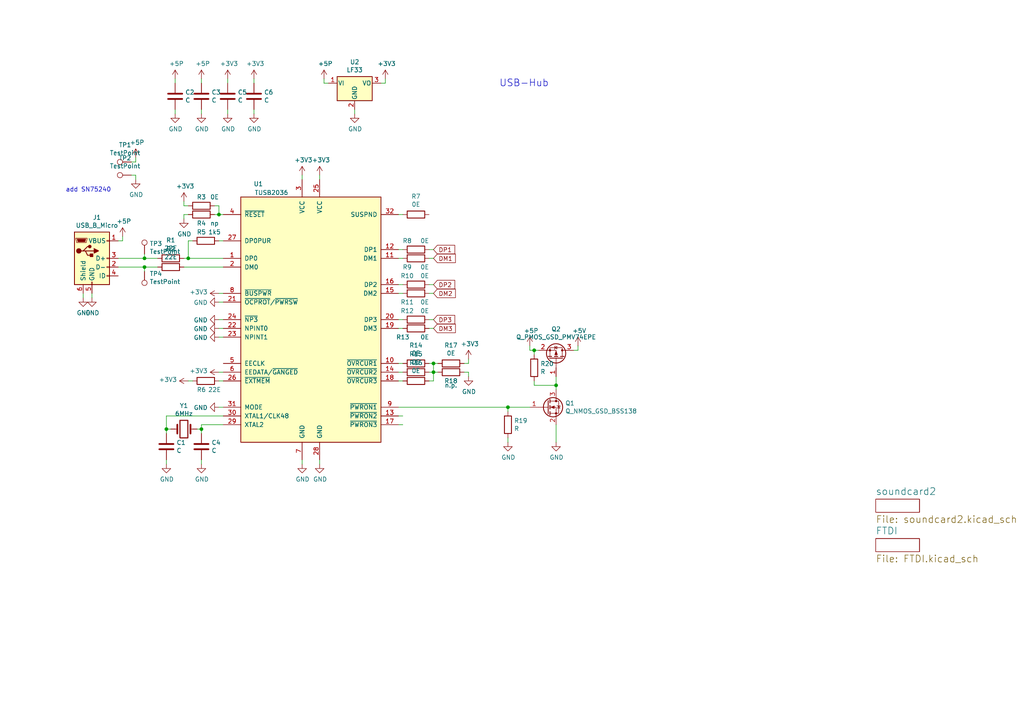
<source format=kicad_sch>
(kicad_sch (version 20211123) (generator eeschema)
  (paper "A4")
  (title_block (title "USB-Interface ") (rev "v1.2") (company "OE2LSP") (comment 1 "CC0, Public Domain"))
  (lib_symbols
    (symbol "Connector:TestPoint" (pin_numbers hide) (pin_names (offset 0.762) hide)
      (property "Reference" "TP" (at 0 6.858 0))
      (property "Value" "TestPoint" (at 0 5.08 0))
      (symbol "TestPoint_0_1"
        (circle (center 0 3.302) (radius 0.762))
      )
      (symbol "TestPoint_1_1"
        (pin passive line (at 0 0 90) (length 2.54) (name "1") (number "1"))
      )
    )
    (symbol "Connector:USB_B_Micro" (pin_names (offset 1.016))
      (property "Reference" "J" (at -5.08 11.43 0))
      (property "Value" "USB_B_Micro" (at -5.08 8.89 0))
      (symbol "USB_B_Micro_0_1"
        (rectangle (start -5.08 -7.62) (end 5.08 7.62) (stroke (width 0.254)) (fill (type background)))
        (circle (center -3.81 2.159) (radius 0.635) (stroke (width 0.254)) (fill (type outline)))
        (circle (center -0.635 3.429) (radius 0.381) (stroke (width 0.254)) (fill (type outline)))
        (rectangle (start -0.127 -7.62) (end 0.127 -6.858))
        (polyline (pts (xy -1.905 2.159) (xy 0.635 2.159)) (stroke (width 0.254)))
        (polyline (pts (xy -3.175 2.159) (xy -2.54 2.159) (xy -1.27 3.429) (xy -0.635 3.429)) (stroke (width 0.254)))
        (polyline (pts (xy -2.54 2.159) (xy -1.905 2.159) (xy -1.27 0.889) (xy 0 0.889)) (stroke (width 0.254)))
        (polyline (pts (xy 0.635 2.794) (xy 0.635 1.524) (xy 1.905 2.159) (xy 0.635 2.794)) (stroke (width 0.254)) (fill (type outline)))
        (polyline (pts (xy -4.318 5.588) (xy -1.778 5.588) (xy -2.032 4.826) (xy -4.064 4.826) (xy -4.318 5.588)) (fill (type outline)))
        (polyline (pts (xy -4.699 5.842) (xy -4.699 5.588) (xy -4.445 4.826) (xy -4.445 4.572) (xy -1.651 4.572) (xy -1.651 4.826) (xy -1.397 5.588) (xy -1.397 5.842) (xy -4.699 5.842)))
        (rectangle (start 0.254 1.27) (end -0.508 0.508) (stroke (width 0.254)) (fill (type outline)))
        (rectangle (start 5.08 -5.207) (end 4.318 -4.953))
        (rectangle (start 5.08 -2.667) (end 4.318 -2.413))
        (rectangle (start 5.08 -0.127) (end 4.318 0.127))
        (rectangle (start 5.08 4.953) (end 4.318 5.207))
      )
      (symbol "USB_B_Micro_1_1"
        (pin power_out line (at 7.62 5.08 180) (length 2.54) (name "VBUS") (number "1"))
        (pin bidirectional line (at 7.62 -2.54 180) (length 2.54) (name "D-") (number "2"))
        (pin bidirectional line (at 7.62 0 180) (length 2.54) (name "D+") (number "3"))
        (pin passive line (at 7.62 -5.08 180) (length 2.54) (name "ID") (number "4"))
        (pin power_out line (at 0 -10.16 90) (length 2.54) (name "GND") (number "5"))
        (pin passive line (at -2.54 -10.16 90) (length 2.54) (name "Shield") (number "6"))
      )
    )
    (symbol "Device:C" (pin_numbers hide) (pin_names (offset 0.254))
      (property "Reference" "C" (at 0.635 2.54 0))
      (property "Value" "C" (at 0.635 -2.54 0))
      (symbol "C_0_1"
        (polyline (pts (xy -2.032 -0.762) (xy 2.032 -0.762)) (stroke (width 0.508)))
        (polyline (pts (xy -2.032 0.762) (xy 2.032 0.762)) (stroke (width 0.508)))
      )
      (symbol "C_1_1"
        (pin passive line (at 0 3.81 270) (length 2.794) (name "~") (number "1"))
        (pin passive line (at 0 -3.81 90) (length 2.794) (name "~") (number "2"))
      )
    )
    (symbol "Device:Crystal" (pin_numbers hide) (pin_names (offset 1.016) hide)
      (property "Reference" "Y" (at 0 3.81 0))
      (property "Value" "Crystal" (at 0 -3.81 0))
      (symbol "Crystal_0_1"
        (rectangle (start -1.143 2.54) (end 1.143 -2.54) (stroke (width 0.3048)))
        (polyline (pts (xy -2.54 0) (xy -1.905 0)))
        (polyline (pts (xy -1.905 -1.27) (xy -1.905 1.27)) (stroke (width 0.508)))
        (polyline (pts (xy 1.905 -1.27) (xy 1.905 1.27)) (stroke (width 0.508)))
        (polyline (pts (xy 2.54 0) (xy 1.905 0)))
      )
      (symbol "Crystal_1_1"
        (pin passive line (at -3.81 0 0) (length 1.27) (name "1") (number "1"))
        (pin passive line (at 3.81 0 180) (length 1.27) (name "2") (number "2"))
      )
    )
    (symbol "Device:Q_NMOS_GSD" (pin_names (offset 0) hide)
      (property "Reference" "Q" (at 5.08 1.27 0))
      (property "Value" "Q_NMOS_GSD" (at 5.08 -1.27 0))
      (symbol "Q_NMOS_GSD_0_1"
        (polyline (pts (xy 0.254 0) (xy -2.54 0)))
        (polyline (pts (xy 0.254 1.905) (xy 0.254 -1.905)) (stroke (width 0.254)))
        (polyline (pts (xy 0.762 -1.27) (xy 0.762 -2.286)) (stroke (width 0.254)))
        (polyline (pts (xy 0.762 0.508) (xy 0.762 -0.508)) (stroke (width 0.254)))
        (polyline (pts (xy 0.762 2.286) (xy 0.762 1.27)) (stroke (width 0.254)))
        (polyline (pts (xy 2.54 2.54) (xy 2.54 1.778)))
        (polyline (pts (xy 2.54 -2.54) (xy 2.54 0) (xy 0.762 0)))
        (polyline (pts (xy 0.762 -1.778) (xy 3.302 -1.778) (xy 3.302 1.778) (xy 0.762 1.778)))
        (polyline (pts (xy 1.016 0) (xy 2.032 0.381) (xy 2.032 -0.381) (xy 1.016 0)) (fill (type outline)))
        (polyline (pts (xy 2.794 0.508) (xy 2.921 0.381) (xy 3.683 0.381) (xy 3.81 0.254)))
        (polyline (pts (xy 3.302 0.381) (xy 2.921 -0.254) (xy 3.683 -0.254) (xy 3.302 0.381)))
        (circle (center 1.651 0) (radius 2.794) (stroke (width 0.254)))
        (circle (center 2.54 -1.778) (radius 0.254) (fill (type outline)))
        (circle (center 2.54 1.778) (radius 0.254) (fill (type outline)))
      )
      (symbol "Q_NMOS_GSD_1_1"
        (pin input line (at -5.08 0 0) (length 2.54) (name "G") (number "1"))
        (pin passive line (at 2.54 -5.08 90) (length 2.54) (name "S") (number "2"))
        (pin passive line (at 2.54 5.08 270) (length 2.54) (name "D") (number "3"))
      )
    )
    (symbol "Device:Q_PMOS_GSD" (pin_names (offset 0) hide)
      (property "Reference" "Q" (at 5.08 1.27 0))
      (property "Value" "Q_PMOS_GSD" (at 5.08 -1.27 0))
      (symbol "Q_PMOS_GSD_0_1"
        (polyline (pts (xy 0.254 0) (xy -2.54 0)))
        (polyline (pts (xy 0.254 1.905) (xy 0.254 -1.905)) (stroke (width 0.254)))
        (polyline (pts (xy 0.762 -1.27) (xy 0.762 -2.286)) (stroke (width 0.254)))
        (polyline (pts (xy 0.762 0.508) (xy 0.762 -0.508)) (stroke (width 0.254)))
        (polyline (pts (xy 0.762 2.286) (xy 0.762 1.27)) (stroke (width 0.254)))
        (polyline (pts (xy 2.54 2.54) (xy 2.54 1.778)))
        (polyline (pts (xy 2.54 -2.54) (xy 2.54 0) (xy 0.762 0)))
        (polyline (pts (xy 0.762 1.778) (xy 3.302 1.778) (xy 3.302 -1.778) (xy 0.762 -1.778)))
        (polyline (pts (xy 2.286 0) (xy 1.27 0.381) (xy 1.27 -0.381) (xy 2.286 0)) (fill (type outline)))
        (polyline (pts (xy 2.794 -0.508) (xy 2.921 -0.381) (xy 3.683 -0.381) (xy 3.81 -0.254)))
        (polyline (pts (xy 3.302 -0.381) (xy 2.921 0.254) (xy 3.683 0.254) (xy 3.302 -0.381)))
        (circle (center 1.651 0) (radius 2.794) (stroke (width 0.254)))
        (circle (center 2.54 -1.778) (radius 0.254) (fill (type outline)))
        (circle (center 2.54 1.778) (radius 0.254) (fill (type outline)))
      )
      (symbol "Q_PMOS_GSD_1_1"
        (pin input line (at -5.08 0 0) (length 2.54) (name "G") (number "1"))
        (pin passive line (at 2.54 -5.08 90) (length 2.54) (name "S") (number "2"))
        (pin passive line (at 2.54 5.08 270) (length 2.54) (name "D") (number "3"))
      )
    )
    (symbol "Device:R" (pin_numbers hide) (pin_names (offset 0))
      (property "Reference" "R" (at 2.032 0 90))
      (property "Value" "R" (at 0 0 90))
      (symbol "R_0_1"
        (rectangle (start -1.016 -2.54) (end 1.016 2.54) (stroke (width 0.254)))
      )
      (symbol "R_1_1"
        (pin passive line (at 0 3.81 270) (length 1.27) (name "~") (number "1"))
        (pin passive line (at 0 -3.81 90) (length 1.27) (name "~") (number "2"))
      )
    )
    (symbol "Interface_USB:TUSB2036" (pin_names (offset 1.016))
      (property "Reference" "U" (at -19.05 36.83 0))
      (property "Value" "TUSB2036" (at 0 0 0))
      (symbol "TUSB2036_0_1"
        (rectangle (start -20.32 35.56) (end 20.32 -35.56) (stroke (width 0.254)) (fill (type background)))
      )
      (symbol "TUSB2036_1_1"
        (pin bidirectional line (at -25.4 17.78 0) (length 5.08) (name "DP0") (number "1"))
        (pin input line (at 25.4 -12.7 180) (length 5.08) (name "~{OVRCUR1}") (number "10"))
        (pin bidirectional line (at 25.4 17.78 180) (length 5.08) (name "DM1") (number "11"))
        (pin bidirectional line (at 25.4 20.32 180) (length 5.08) (name "DP1") (number "12"))
        (pin output line (at 25.4 -27.94 180) (length 5.08) (name "~{PWRON2}") (number "13"))
        (pin input line (at 25.4 -15.24 180) (length 5.08) (name "~{OVRCUR2}") (number "14"))
        (pin bidirectional line (at 25.4 7.62 180) (length 5.08) (name "DM2") (number "15"))
        (pin bidirectional line (at 25.4 10.16 180) (length 5.08) (name "DP2") (number "16"))
        (pin output line (at 25.4 -30.48 180) (length 5.08) (name "~{PWRON3}") (number "17"))
        (pin input line (at 25.4 -17.78 180) (length 5.08) (name "~{OVRCUR3}") (number "18"))
        (pin bidirectional line (at 25.4 -2.54 180) (length 5.08) (name "DM3") (number "19"))
        (pin bidirectional line (at -25.4 15.24 0) (length 5.08) (name "DM0") (number "2"))
        (pin bidirectional line (at 25.4 0 180) (length 5.08) (name "DP3") (number "20"))
        (pin input line (at -25.4 5.08 0) (length 5.08) (name "~{OCPROT}/~{PWRSW}") (number "21"))
        (pin input line (at -25.4 -2.54 0) (length 5.08) (name "NPINT0") (number "22"))
        (pin input line (at -25.4 -5.08 0) (length 5.08) (name "NPINT1") (number "23"))
        (pin input line (at -25.4 0 0) (length 5.08) (name "~{NP3}") (number "24"))
        (pin power_in line (at 2.54 40.64 270) (length 5.08) (name "VCC") (number "25"))
        (pin input line (at -25.4 -17.78 0) (length 5.08) (name "~{EXTMEM}") (number "26"))
        (pin output line (at -25.4 22.86 0) (length 5.08) (name "DP0PUR") (number "27"))
        (pin power_in line (at 2.54 -40.64 90) (length 5.08) (name "GND") (number "28"))
        (pin output line (at -25.4 -30.48 0) (length 5.08) (name "XTAL2") (number "29"))
        (pin power_in line (at -2.54 40.64 270) (length 5.08) (name "VCC") (number "3"))
        (pin input line (at -25.4 -27.94 0) (length 5.08) (name "XTAL1/CLK48") (number "30"))
        (pin input line (at -25.4 -25.4 0) (length 5.08) (name "MODE") (number "31"))
        (pin output line (at 25.4 30.48 180) (length 5.08) (name "SUSPND") (number "32"))
        (pin input line (at -25.4 30.48 0) (length 5.08) (name "~{RESET}") (number "4"))
        (pin tri_state line (at -25.4 -12.7 0) (length 5.08) (name "EECLK") (number "5"))
        (pin bidirectional line (at -25.4 -15.24 0) (length 5.08) (name "EEDATA/~{GANGED}") (number "6"))
        (pin power_in line (at -2.54 -40.64 90) (length 5.08) (name "GND") (number "7"))
        (pin input line (at -25.4 7.62 0) (length 5.08) (name "~{BUSPWR}") (number "8"))
        (pin output line (at 25.4 -25.4 180) (length 5.08) (name "~{PWRON1}") (number "9"))
      )
    )
    (symbol "Regulator_Linear:LF33_TO220" (pin_names (offset 0.254))
      (property "Reference" "U" (at -3.81 3.175 0))
      (property "Value" "LF33_TO220" (at 0 3.175 0))
      (symbol "LF33_TO220_0_1"
        (rectangle (start -5.08 1.905) (end 5.08 -5.08) (stroke (width 0.254)) (fill (type background)))
      )
      (symbol "LF33_TO220_1_1"
        (pin power_in line (at -7.62 0 0) (length 2.54) (name "VI") (number "1"))
        (pin power_in line (at 0 -7.62 90) (length 2.54) (name "GND") (number "2"))
        (pin power_out line (at 7.62 0 180) (length 2.54) (name "VO") (number "3"))
      )
    )
    (symbol "power:+3.3V" (power) (pin_names (offset 0))
      (property "Value" "+3.3V" (at 0 3.556 0))
      (symbol "+3.3V_0_1"
        (polyline (pts (xy -0.762 1.27) (xy 0 2.54)))
        (polyline (pts (xy 0 0) (xy 0 2.54)))
        (polyline (pts (xy 0 2.54) (xy 0.762 1.27)))
      )
      (symbol "+3.3V_1_1"
        (pin power_in line (at 0 0 90) (length 0) hide (name "+3V3") (number "1"))
      )
    )
    (symbol "power:+5P" (power) (pin_names (offset 0))
      (property "Value" "+5P" (at 0 3.556 0))
      (symbol "+5P_0_1"
        (polyline (pts (xy -0.762 1.27) (xy 0 2.54)))
        (polyline (pts (xy 0 0) (xy 0 2.54)))
        (polyline (pts (xy 0 2.54) (xy 0.762 1.27)))
      )
      (symbol "+5P_1_1"
        (pin power_in line (at 0 0 90) (length 0) hide (name "+5P") (number "1"))
      )
    )
    (symbol "power:+5V" (power) (pin_names (offset 0))
      (property "Value" "+5V" (at 0 3.556 0))
      (symbol "+5V_0_1"
        (polyline (pts (xy -0.762 1.27) (xy 0 2.54)))
        (polyline (pts (xy 0 0) (xy 0 2.54)))
        (polyline (pts (xy 0 2.54) (xy 0.762 1.27)))
      )
      (symbol "+5V_1_1"
        (pin power_in line (at 0 0 90) (length 0) hide (name "+5V") (number "1"))
      )
    )
    (symbol "power:GND" (power) (pin_names (offset 0))
      (property "Value" "GND" (at 0 -3.81 0))
      (symbol "GND_0_1"
        (polyline (pts (xy 0 0) (xy 0 -1.27) (xy 1.27 -1.27) (xy 0 -2.54) (xy -1.27 -1.27) (xy 0 -1.27)))
      )
      (symbol "GND_1_1"
        (pin power_in line (at 0 0 270) (length 0) hide (name "GND") (number "1"))
      )
    )
  )
  (junction (at 125.73 107.95))
  (junction (at 54.61 74.93))
  (junction (at 154.94 101.6))
  (junction (at 41.91 77.47))
  (junction (at 48.26 124.46))
  (junction (at 125.73 105.41))
  (junction (at 147.32 118.11))
  (junction (at 161.29 111.76))
  (junction (at 41.91 74.93))
  (junction (at 58.42 124.46))
  (junction (at 63.5 62.23))
  (wire (pts (xy 50.8 31.75) (xy 50.8 33.02)))
  (wire (pts (xy 116.84 62.23) (xy 115.57 62.23)))
  (wire (pts (xy 63.5 62.23) (xy 63.5 59.69)))
  (wire (pts (xy 58.42 133.35) (xy 58.42 134.62)))
  (wire (pts (xy 64.77 69.85) (xy 63.5 69.85)))
  (wire (pts (xy 66.04 24.13) (xy 66.04 22.86)))
  (wire (pts (xy 125.73 105.41) (xy 127 105.41)))
  (wire (pts (xy 48.26 133.35) (xy 48.26 134.62)))
  (wire (pts (xy 124.46 85.09) (xy 125.73 85.09)))
  (wire (pts (xy 54.61 74.93) (xy 53.34 74.93)))
  (wire (pts (xy 116.84 105.41) (xy 115.57 105.41)))
  (wire (pts (xy 156.21 101.6) (xy 154.94 101.6)))
  (wire (pts (xy 63.5 97.79) (xy 64.77 97.79)))
  (wire (pts (xy 115.57 85.09) (xy 116.84 85.09)))
  (wire (pts (xy 125.73 110.49) (xy 125.73 107.95)))
  (wire (pts (xy 58.42 22.86) (xy 58.42 24.13)))
  (wire (pts (xy 124.46 105.41) (xy 125.73 105.41)))
  (wire (pts (xy 73.66 31.75) (xy 73.66 33.02)))
  (wire (pts (xy 154.94 110.49) (xy 154.94 111.76)))
  (wire (pts (xy 92.71 133.35) (xy 92.71 134.62)))
  (wire (pts (xy 57.15 124.46) (xy 58.42 124.46)))
  (wire (pts (xy 64.77 123.19) (xy 58.42 123.19)))
  (wire (pts (xy 38.1 50.8) (xy 39.37 50.8)))
  (wire (pts (xy 39.37 46.99) (xy 39.37 45.72)))
  (wire (pts (xy 125.73 107.95) (xy 125.73 105.41)))
  (wire (pts (xy 73.66 22.86) (xy 73.66 24.13)))
  (wire (pts (xy 124.46 107.95) (xy 125.73 107.95)))
  (wire (pts (xy 116.84 123.19) (xy 115.57 123.19)))
  (wire (pts (xy 111.76 24.13) (xy 111.76 22.86)))
  (wire (pts (xy 93.98 24.13) (xy 93.98 22.86)))
  (wire (pts (xy 54.61 59.69) (xy 53.34 59.69)))
  (wire (pts (xy 92.71 50.8) (xy 92.71 52.07)))
  (wire (pts (xy 26.67 86.36) (xy 26.67 85.09)))
  (wire (pts (xy 41.91 73.66) (xy 41.91 74.93)))
  (wire (pts (xy 50.8 24.13) (xy 50.8 22.86)))
  (wire (pts (xy 116.84 82.55) (xy 115.57 82.55)))
  (wire (pts (xy 115.57 118.11) (xy 147.32 118.11)))
  (wire (pts (xy 54.61 62.23) (xy 53.34 62.23)))
  (wire (pts (xy 147.32 118.11) (xy 153.67 118.11)))
  (wire (pts (xy 147.32 127) (xy 147.32 128.27)))
  (wire (pts (xy 124.46 72.39) (xy 125.73 72.39)))
  (wire (pts (xy 63.5 118.11) (xy 64.77 118.11)))
  (wire (pts (xy 64.77 95.25) (xy 63.5 95.25)))
  (wire (pts (xy 62.23 62.23) (xy 63.5 62.23)))
  (wire (pts (xy 63.5 110.49) (xy 64.77 110.49)))
  (wire (pts (xy 134.62 107.95) (xy 135.89 107.95)))
  (wire (pts (xy 63.5 62.23) (xy 64.77 62.23)))
  (wire (pts (xy 124.46 92.71) (xy 125.73 92.71)))
  (wire (pts (xy 154.94 101.6) (xy 154.94 102.87)))
  (wire (pts (xy 63.5 59.69) (xy 62.23 59.69)))
  (wire (pts (xy 161.29 123.19) (xy 161.29 128.27)))
  (wire (pts (xy 102.87 31.75) (xy 102.87 33.02)))
  (wire (pts (xy 58.42 123.19) (xy 58.42 124.46)))
  (wire (pts (xy 49.53 124.46) (xy 48.26 124.46)))
  (wire (pts (xy 34.29 74.93) (xy 41.91 74.93)))
  (wire (pts (xy 64.77 120.65) (xy 48.26 120.65)))
  (wire (pts (xy 54.61 110.49) (xy 55.88 110.49)))
  (wire (pts (xy 34.29 77.47) (xy 41.91 77.47)))
  (wire (pts (xy 66.04 33.02) (xy 66.04 31.75)))
  (wire (pts (xy 24.13 85.09) (xy 24.13 86.36)))
  (wire (pts (xy 39.37 50.8) (xy 39.37 52.07)))
  (wire (pts (xy 135.89 107.95) (xy 135.89 109.22)))
  (wire (pts (xy 115.57 107.95) (xy 116.84 107.95)))
  (wire (pts (xy 125.73 82.55) (xy 124.46 82.55)))
  (wire (pts (xy 161.29 109.22) (xy 161.29 111.76)))
  (wire (pts (xy 115.57 74.93) (xy 116.84 74.93)))
  (wire (pts (xy 64.77 107.95) (xy 63.5 107.95)))
  (wire (pts (xy 58.42 33.02) (xy 58.42 31.75)))
  (wire (pts (xy 116.84 110.49) (xy 115.57 110.49)))
  (wire (pts (xy 41.91 77.47) (xy 45.72 77.47)))
  (wire (pts (xy 147.32 119.38) (xy 147.32 118.11)))
  (wire (pts (xy 53.34 77.47) (xy 64.77 77.47)))
  (wire (pts (xy 54.61 69.85) (xy 54.61 74.93)))
  (wire (pts (xy 58.42 124.46) (xy 58.42 125.73)))
  (wire (pts (xy 55.88 69.85) (xy 54.61 69.85)))
  (wire (pts (xy 53.34 62.23) (xy 53.34 63.5)))
  (wire (pts (xy 63.5 85.09) (xy 64.77 85.09)))
  (wire (pts (xy 124.46 110.49) (xy 125.73 110.49)))
  (wire (pts (xy 64.77 87.63) (xy 63.5 87.63)))
  (wire (pts (xy 41.91 74.93) (xy 45.72 74.93)))
  (wire (pts (xy 154.94 101.6) (xy 153.67 101.6)))
  (wire (pts (xy 167.64 101.6) (xy 167.64 100.33)))
  (wire (pts (xy 115.57 120.65) (xy 116.84 120.65)))
  (wire (pts (xy 166.37 101.6) (xy 167.64 101.6)))
  (wire (pts (xy 125.73 107.95) (xy 127 107.95)))
  (wire (pts (xy 95.25 24.13) (xy 93.98 24.13)))
  (wire (pts (xy 41.91 78.74) (xy 41.91 77.47)))
  (wire (pts (xy 53.34 58.42) (xy 53.34 59.69)))
  (wire (pts (xy 87.63 133.35) (xy 87.63 134.62)))
  (wire (pts (xy 161.29 111.76) (xy 161.29 113.03)))
  (wire (pts (xy 134.62 105.41) (xy 135.89 105.41)))
  (wire (pts (xy 110.49 24.13) (xy 111.76 24.13)))
  (wire (pts (xy 48.26 120.65) (xy 48.26 124.46)))
  (wire (pts (xy 125.73 74.93) (xy 124.46 74.93)))
  (wire (pts (xy 116.84 92.71) (xy 115.57 92.71)))
  (wire (pts (xy 135.89 105.41) (xy 135.89 104.14)))
  (wire (pts (xy 115.57 95.25) (xy 116.84 95.25)))
  (wire (pts (xy 124.46 95.25) (xy 125.73 95.25)))
  (wire (pts (xy 87.63 50.8) (xy 87.63 52.07)))
  (wire (pts (xy 35.56 69.85) (xy 35.56 68.58)))
  (wire (pts (xy 154.94 111.76) (xy 161.29 111.76)))
  (wire (pts (xy 38.1 46.99) (xy 39.37 46.99)))
  (wire (pts (xy 64.77 74.93) (xy 54.61 74.93)))
  (wire (pts (xy 48.26 124.46) (xy 48.26 125.73)))
  (wire (pts (xy 116.84 72.39) (xy 115.57 72.39)))
  (wire (pts (xy 63.5 92.71) (xy 64.77 92.71)))
  (wire (pts (xy 34.29 69.85) (xy 35.56 69.85)))
  (wire (pts (xy 153.67 101.6) (xy 153.67 100.33)))
  (text "add SN75240\n" (at 19.05 55.88 0) (effects (font (size 1.27 1.27)) (justify left bottom)))
  (text "USB-Hub" (at 144.78 25.4 0) (effects (font (size 2.0066 2.0066)) (justify left bottom)))
  (global_label "DP3" (shape input) (at 125.73 92.71 0) (property "Intersheet References" "${INTERSHEET_REFS}" (effects hide)))
  (global_label "DM1" (shape input) (at 125.73 74.93 0) (property "Intersheet References" "${INTERSHEET_REFS}" (effects hide)))
  (global_label "DP1" (shape input) (at 125.73 72.39 0) (property "Intersheet References" "${INTERSHEET_REFS}" (effects hide)))
  (global_label "DM3" (shape input) (at 125.73 95.25 0) (property "Intersheet References" "${INTERSHEET_REFS}" (effects hide)))
  (global_label "DM2" (shape input) (at 125.73 85.09 0) (property "Intersheet References" "${INTERSHEET_REFS}" (effects hide)))
  (global_label "DP2" (shape input) (at 125.73 82.55 0) (property "Intersheet References" "${INTERSHEET_REFS}" (effects hide)))
  (symbol (lib_id "Interface_USB:TUSB2036") (at 90.17 92.71 0) (unit 1)
    (property "Reference" "U1" (at 74.93 53.34 0))
    (property "Value" "TUSB2036" (at 78.74 55.88 0))
    (property "Footprint" "Package_QFP:LQFP-32_7x7mm_P0.8mm" (effects hide))
    (property "Datasheet" "http://www.ti.com/lit/ds/symlink/tusb2036.pdf" (effects hide))
  )
  (symbol (lib_id "Device:Crystal") (at 53.34 124.46 0) (unit 1)
    (property "Reference" "Y1" (at 53.34 117.6528 0))
    (property "Value" "6MHz" (at 53.34 119.9642 0))
    (property "Footprint" "Crystal:Crystal_SMD_HC49-SD" (effects hide))
  )
  (symbol (lib_id "Device:R") (at 120.65 105.41 270) (unit 1)
    (property "Reference" "R14" (at 120.65 100.1522 90))
    (property "Value" "0E" (at 120.65 102.4636 90))
    (property "Footprint" "Resistor_SMD:R_0603_1608Metric_Pad0.98x0.95mm_HandSolder" (effects hide))
  )
  (symbol (lib_id "Device:C") (at 58.42 27.94 0) (unit 1)
    (property "Reference" "C3" (at 61.341 26.7716 0) (effects (justify left)))
    (property "Value" "C" (at 61.341 29.083 0) (effects (justify left)))
    (property "Footprint" "Capacitor_SMD:C_0603_1608Metric" (effects hide))
  )
  (symbol (lib_id "power:+5V") (at 167.64 100.33 0) (unit 1)
    (property "Reference" "#PWR035" (effects hide))
    (property "Value" "+5V" (at 168.021 95.9358 0))
  )
  (symbol (lib_id "power:GND") (at 50.8 33.02 0) (unit 1)
    (property "Reference" "#PWR05" (effects hide))
    (property "Value" "GND" (at 50.927 37.4142 0))
  )
  (symbol (lib_id "power:GND") (at 87.63 134.62 0) (unit 1)
    (property "Reference" "#PWR024" (effects hide))
    (property "Value" "GND" (at 87.757 139.0142 0))
  )
  (symbol (lib_id "power:GND") (at 92.71 134.62 0) (unit 1)
    (property "Reference" "#PWR026" (effects hide))
    (property "Value" "GND" (at 92.837 139.0142 0))
  )
  (symbol (lib_id "Device:C") (at 58.42 129.54 0) (unit 1)
    (property "Reference" "C4" (at 61.341 128.3716 0) (effects (justify left)))
    (property "Value" "C" (at 61.341 130.683 0) (effects (justify left)))
    (property "Footprint" "Capacitor_SMD:C_0603_1608Metric" (effects hide))
  )
  (symbol (lib_id "Device:C") (at 48.26 129.54 0) (unit 1)
    (property "Reference" "C1" (at 51.181 128.3716 0) (effects (justify left)))
    (property "Value" "C" (at 51.181 130.683 0) (effects (justify left)))
    (property "Footprint" "Capacitor_SMD:C_0603_1608Metric" (effects hide))
  )
  (symbol (lib_id "power:GND") (at 58.42 134.62 0) (unit 1)
    (property "Reference" "#PWR011" (effects hide))
    (property "Value" "GND" (at 58.547 139.0142 0))
  )
  (symbol (lib_id "power:GND") (at 48.26 134.62 0) (unit 1)
    (property "Reference" "#PWR03" (effects hide))
    (property "Value" "GND" (at 48.387 139.0142 0))
  )
  (symbol (lib_id "Device:R") (at 58.42 62.23 270) (unit 1)
    (property "Reference" "R4" (at 58.42 64.77 90))
    (property "Value" "np" (at 62.23 64.77 90))
    (property "Footprint" "Resistor_SMD:R_0402_1005Metric_Pad0.72x0.64mm_HandSolder" (effects hide))
  )
  (symbol (lib_id "Device:R") (at 120.65 72.39 270) (unit 1)
    (property "Reference" "R8" (at 118.11 69.85 90))
    (property "Value" "0E" (at 123.19 69.85 90))
    (property "Footprint" "Resistor_SMD:R_0402_1005Metric_Pad0.72x0.64mm_HandSolder" (effects hide))
  )
  (symbol (lib_id "Device:R") (at 120.65 74.93 270) (unit 1)
    (property "Reference" "R9" (at 118.11 77.47 90))
    (property "Value" "0E" (at 123.19 77.47 90))
    (property "Footprint" "Resistor_SMD:R_0402_1005Metric_Pad0.72x0.64mm_HandSolder" (effects hide))
  )
  (symbol (lib_id "Device:R") (at 120.65 82.55 270) (unit 1)
    (property "Reference" "R10" (at 118.11 80.01 90))
    (property "Value" "0E" (at 123.19 80.01 90))
    (property "Footprint" "Resistor_SMD:R_0402_1005Metric_Pad0.72x0.64mm_HandSolder" (effects hide))
  )
  (symbol (lib_id "Device:R") (at 120.65 85.09 270) (unit 1)
    (property "Reference" "R11" (at 118.11 87.63 90))
    (property "Value" "0E" (at 123.19 87.63 90))
    (property "Footprint" "Resistor_SMD:R_0402_1005Metric_Pad0.72x0.64mm_HandSolder" (effects hide))
  )
  (symbol (lib_id "Device:R") (at 120.65 92.71 90) (unit 1)
    (property "Reference" "R12" (at 118.11 90.17 90))
    (property "Value" "0E" (at 123.19 90.17 90))
    (property "Footprint" "Resistor_SMD:R_0402_1005Metric_Pad0.72x0.64mm_HandSolder" (effects hide))
  )
  (symbol (lib_id "Device:R") (at 120.65 95.25 270) (unit 1)
    (property "Reference" "R13" (at 116.84 97.79 90))
    (property "Value" "0E" (at 123.19 97.79 90))
    (property "Footprint" "Resistor_SMD:R_0402_1005Metric_Pad0.72x0.64mm_HandSolder" (effects hide))
  )
  (symbol (lib_id "Device:R") (at 49.53 74.93 270) (unit 1)
    (property "Reference" "R1" (at 49.53 69.6722 90))
    (property "Value" "22E" (at 49.53 71.9836 90))
    (property "Footprint" "Resistor_SMD:R_0603_1608Metric_Pad0.98x0.95mm_HandSolder" (effects hide))
  )
  (symbol (lib_id "Device:R") (at 49.53 77.47 270) (unit 1)
    (property "Reference" "R2" (at 49.53 72.2122 90))
    (property "Value" "22E" (at 49.53 74.5236 90))
    (property "Footprint" "Resistor_SMD:R_0603_1608Metric_Pad0.98x0.95mm_HandSolder" (effects hide))
  )
  (symbol (lib_id "Device:R") (at 59.69 69.85 270) (unit 1)
    (property "Reference" "R5" (at 58.42 67.31 90))
    (property "Value" "1k5" (at 62.23 67.31 90))
    (property "Footprint" "Resistor_SMD:R_0603_1608Metric_Pad0.98x0.95mm_HandSolder" (effects hide))
  )
  (symbol (lib_id "power:+3.3V") (at 63.5 85.09 90) (unit 1)
    (property "Reference" "#PWR012" (effects hide))
    (property "Value" "+3.3V" (at 60.2488 84.709 90) (effects (justify left)))
  )
  (symbol (lib_id "power:GND") (at 63.5 87.63 270) (unit 1)
    (property "Reference" "#PWR013" (effects hide))
    (property "Value" "GND" (at 60.2488 87.757 90) (effects (justify right)))
  )
  (symbol (lib_id "power:+3.3V") (at 63.5 107.95 90) (unit 1)
    (property "Reference" "#PWR017" (effects hide))
    (property "Value" "+3.3V" (at 60.2488 107.569 90) (effects (justify left)))
  )
  (symbol (lib_id "power:GND") (at 63.5 118.11 270) (unit 1)
    (property "Reference" "#PWR018" (effects hide))
    (property "Value" "GND" (at 60.2488 118.237 90) (effects (justify right)))
  )
  (symbol (lib_id "power:+3.3V") (at 54.61 110.49 90) (unit 1)
    (property "Reference" "#PWR08" (effects hide))
    (property "Value" "+3.3V" (at 51.3588 110.109 90) (effects (justify left)))
  )
  (symbol (lib_id "Device:R") (at 59.69 110.49 90) (unit 1)
    (property "Reference" "R6" (at 58.42 113.03 90))
    (property "Value" "22E" (at 62.23 113.03 90))
    (property "Footprint" "Resistor_SMD:R_0603_1608Metric_Pad0.98x0.95mm_HandSolder" (effects hide))
  )
  (symbol (lib_id "power:GND") (at 63.5 92.71 270) (unit 1)
    (property "Reference" "#PWR014" (effects hide))
    (property "Value" "GND" (at 60.2488 92.837 90) (effects (justify right)))
  )
  (symbol (lib_id "power:GND") (at 63.5 95.25 270) (unit 1)
    (property "Reference" "#PWR015" (effects hide))
    (property "Value" "GND" (at 60.2488 95.377 90) (effects (justify right)))
  )
  (symbol (lib_id "power:GND") (at 63.5 97.79 270) (unit 1)
    (property "Reference" "#PWR016" (effects hide))
    (property "Value" "GND" (at 60.2488 97.917 90) (effects (justify right)))
  )
  (symbol (lib_id "Device:R") (at 120.65 62.23 270) (unit 1)
    (property "Reference" "R7" (at 120.65 56.9722 90))
    (property "Value" "0E" (at 120.65 59.2836 90))
    (property "Footprint" "Resistor_SMD:R_0402_1005Metric_Pad0.72x0.64mm_HandSolder" (effects hide))
  )
  (symbol (lib_id "Device:R") (at 120.65 107.95 270) (unit 1)
    (property "Reference" "R15" (at 120.65 102.6922 90))
    (property "Value" "0E" (at 120.65 105.0036 90))
    (property "Footprint" "Resistor_SMD:R_0603_1608Metric_Pad0.98x0.95mm_HandSolder" (effects hide))
  )
  (symbol (lib_id "Device:R") (at 120.65 110.49 270) (unit 1)
    (property "Reference" "R16" (at 120.65 105.2322 90))
    (property "Value" "0E" (at 120.65 107.5436 90))
    (property "Footprint" "Resistor_SMD:R_0603_1608Metric_Pad0.98x0.95mm_HandSolder" (effects hide))
  )
  (symbol (lib_id "power:+3.3V") (at 135.89 104.14 0) (unit 1)
    (property "Reference" "#PWR030" (effects hide))
    (property "Value" "+3.3V" (at 136.271 99.7458 0))
  )
  (symbol (lib_id "Device:R") (at 130.81 105.41 270) (unit 1)
    (property "Reference" "R17" (at 130.81 100.1522 90))
    (property "Value" "0E" (at 130.81 102.4636 90))
    (property "Footprint" "Resistor_SMD:R_0402_1005Metric_Pad0.72x0.64mm_HandSolder" (effects hide))
  )
  (symbol (lib_id "Device:R") (at 130.81 107.95 270) (unit 1)
    (property "Reference" "R18" (at 130.81 110.49 90))
    (property "Value" "n.p." (at 130.81 111.76 90))
    (property "Footprint" "Resistor_SMD:R_0402_1005Metric_Pad0.72x0.64mm_HandSolder" (effects hide))
  )
  (symbol (lib_id "power:GND") (at 135.89 109.22 0) (unit 1)
    (property "Reference" "#PWR031" (effects hide))
    (property "Value" "GND" (at 136.017 113.6142 0))
  )
  (symbol (lib_id "power:GND") (at 58.42 33.02 0) (unit 1)
    (property "Reference" "#PWR010" (effects hide))
    (property "Value" "GND" (at 58.547 37.4142 0))
  )
  (symbol (lib_id "Device:C") (at 73.66 27.94 0) (unit 1)
    (property "Reference" "C6" (at 76.581 26.7716 0) (effects (justify left)))
    (property "Value" "C" (at 76.581 29.083 0) (effects (justify left)))
    (property "Footprint" "Capacitor_SMD:C_0603_1608Metric" (effects hide))
  )
  (symbol (lib_id "power:GND") (at 66.04 33.02 0) (unit 1)
    (property "Reference" "#PWR020" (effects hide))
    (property "Value" "GND" (at 66.167 37.4142 0))
  )
  (symbol (lib_id "power:GND") (at 73.66 33.02 0) (unit 1)
    (property "Reference" "#PWR022" (effects hide))
    (property "Value" "GND" (at 73.787 37.4142 0))
  )
  (symbol (lib_id "power:+3.3V") (at 66.04 22.86 0) (unit 1)
    (property "Reference" "#PWR019" (effects hide))
    (property "Value" "+3.3V" (at 66.421 18.4658 0))
  )
  (symbol (lib_id "power:+3.3V") (at 73.66 22.86 0) (unit 1)
    (property "Reference" "#PWR021" (effects hide))
    (property "Value" "+3.3V" (at 74.041 18.4658 0))
  )
  (symbol (lib_id "Connector:TestPoint") (at 41.91 73.66 0) (unit 1)
    (property "Reference" "TP3" (at 43.3832 70.6628 0) (effects (justify left)))
    (property "Value" "TestPoint" (at 43.3832 72.9742 0) (effects (justify left)))
    (property "Footprint" "TestPoint:TestPoint_Loop_D1.80mm_Drill1.0mm_Beaded" (effects hide))
  )
  (symbol (lib_id "Connector:TestPoint") (at 41.91 78.74 180) (unit 1)
    (property "Reference" "TP4" (at 43.3832 79.4004 0) (effects (justify right)))
    (property "Value" "TestPoint" (at 43.3832 81.7118 0) (effects (justify right)))
    (property "Footprint" "TestPoint:TestPoint_Loop_D1.80mm_Drill1.0mm_Beaded" (effects hide))
  )
  (symbol (lib_id "Connector:TestPoint") (at 38.1 46.99 90) (unit 1)
    (property "Reference" "TP1" (at 36.2712 42.037 90))
    (property "Value" "TestPoint" (at 36.2712 44.3484 90))
    (property "Footprint" "TestPoint:TestPoint_Loop_D1.80mm_Drill1.0mm_Beaded" (effects hide))
  )
  (symbol (lib_id "Connector:TestPoint") (at 38.1 50.8 90) (unit 1)
    (property "Reference" "TP2" (at 36.2712 45.847 90))
    (property "Value" "TestPoint" (at 36.2712 48.1584 90))
    (property "Footprint" "TestPoint:TestPoint_Loop_D1.80mm_Drill1.0mm_Beaded" (effects hide))
  )
  (symbol (lib_id "power:GND") (at 39.37 52.07 0) (unit 1)
    (property "Reference" "#PWR02" (effects hide))
    (property "Value" "GND" (at 39.497 56.4642 0))
  )
  (symbol (lib_id "Device:R") (at 58.42 59.69 270) (unit 1)
    (property "Reference" "R3" (at 58.42 57.15 90))
    (property "Value" "0E" (at 62.23 57.15 90))
    (property "Footprint" "Resistor_SMD:R_0402_1005Metric_Pad0.72x0.64mm_HandSolder" (effects hide))
  )
  (symbol (lib_id "power:+3.3V") (at 87.63 50.8 0) (unit 1)
    (property "Reference" "#PWR023" (effects hide))
    (property "Value" "+3.3V" (at 88.011 46.4058 0))
  )
  (symbol (lib_id "power:+3.3V") (at 92.71 50.8 0) (unit 1)
    (property "Reference" "#PWR025" (effects hide))
    (property "Value" "+3.3V" (at 93.091 46.4058 0))
  )
  (symbol (lib_id "power:+3.3V") (at 53.34 58.42 0) (unit 1)
    (property "Reference" "#PWR06" (effects hide))
    (property "Value" "+3.3V" (at 53.721 54.0258 0))
  )
  (symbol (lib_id "power:GND") (at 53.34 63.5 0) (unit 1)
    (property "Reference" "#PWR07" (effects hide))
    (property "Value" "GND" (at 53.467 67.8942 0))
  )
  (symbol (lib_id "power:+5P") (at 39.37 45.72 0) (unit 1)
    (property "Reference" "#PWR01" (effects hide))
    (property "Value" "+5P" (at 39.751 41.3258 0))
  )
  (symbol (lib_id "Device:R") (at 147.32 123.19 180) (unit 1)
    (property "Reference" "R19" (at 149.098 122.0216 0) (effects (justify right)))
    (property "Value" "R" (at 149.098 124.333 0) (effects (justify right)))
    (property "Footprint" "Resistor_SMD:R_0603_1608Metric_Pad0.98x0.95mm_HandSolder" (effects hide))
  )
  (symbol (lib_id "Device:R") (at 154.94 106.68 180) (unit 1)
    (property "Reference" "R20" (at 156.718 105.5116 0) (effects (justify right)))
    (property "Value" "R" (at 156.718 107.823 0) (effects (justify right)))
    (property "Footprint" "Resistor_SMD:R_0603_1608Metric_Pad0.98x0.95mm_HandSolder" (effects hide))
  )
  (symbol (lib_id "power:GND") (at 147.32 128.27 0) (unit 1)
    (property "Reference" "#PWR032" (effects hide))
    (property "Value" "GND" (at 147.447 132.6642 0))
  )
  (symbol (lib_id "power:GND") (at 161.29 128.27 0) (unit 1)
    (property "Reference" "#PWR034" (effects hide))
    (property "Value" "GND" (at 161.417 132.6642 0))
  )
  (symbol (lib_id "power:+5P") (at 58.42 22.86 0) (unit 1)
    (property "Reference" "#PWR09" (effects hide))
    (property "Value" "+5P" (at 58.801 18.4658 0))
  )
  (symbol (lib_id "power:+5P") (at 50.8 22.86 0) (unit 1)
    (property "Reference" "#PWR04" (effects hide))
    (property "Value" "+5P" (at 51.181 18.4658 0))
  )
  (symbol (lib_id "power:+5P") (at 153.67 100.33 0) (unit 1)
    (property "Reference" "#PWR033" (effects hide))
    (property "Value" "+5P" (at 154.051 95.9358 0))
  )
  (symbol (lib_id "Regulator_Linear:LF33_TO220") (at 102.87 24.13 0) (unit 1)
    (property "Reference" "U2" (at 102.87 17.9832 0))
    (property "Value" "LF33" (at 102.87 20.2946 0))
    (property "Footprint" "Package_TO_SOT_SMD:SOT-223-3_TabPin2" (effects hide))
    (property "Datasheet" "http://www.st.com/content/ccc/resource/technical/document/datasheet/c4/0e/7e/2a/be/bc/4c/bd/CD00000546.pdf/files/CD00000546.pdf/jcr:content/translations/en.CD00000546.pdf" (effects hide))
  )
  (symbol (lib_id "power:+5P") (at 93.98 22.86 0) (unit 1)
    (property "Reference" "#PWR027" (effects hide))
    (property "Value" "+5P" (at 94.361 18.4658 0))
  )
  (symbol (lib_id "power:+3.3V") (at 111.76 22.86 0) (unit 1)
    (property "Reference" "#PWR029" (effects hide))
    (property "Value" "+3.3V" (at 112.141 18.4658 0))
  )
  (symbol (lib_id "power:GND") (at 102.87 33.02 0) (unit 1)
    (property "Reference" "#PWR028" (effects hide))
    (property "Value" "GND" (at 102.997 37.4142 0))
  )
  (symbol (lib_id "Connector:USB_B_Micro") (at 26.67 74.93 0) (unit 1)
    (property "Reference" "J1" (at 28.1178 63.0682 0))
    (property "Value" "USB_B_Micro" (at 28.1178 65.3796 0))
    (property "Footprint" "Connector_USB:USB_Micro-B_Amphenol_10103594-0001LF_Horizontal" (effects hide))
  )
  (symbol (lib_id "power:+5P") (at 35.56 68.58 0) (unit 1)
    (property "Reference" "#PWR081" (effects hide))
    (property "Value" "+5P" (at 35.941 64.1858 0))
  )
  (symbol (lib_id "power:GND") (at 26.67 86.36 0) (unit 1)
    (property "Reference" "#PWR080" (effects hide))
    (property "Value" "GND" (at 26.797 90.7542 0))
  )
  (symbol (lib_id "power:GND") (at 24.13 86.36 0) (unit 1)
    (property "Reference" "#PWR079" (effects hide))
    (property "Value" "GND" (at 24.257 90.7542 0))
  )
  (symbol (lib_id "Device:Q_NMOS_GSD") (at 158.75 118.11 0) (unit 1)
    (property "Reference" "Q1" (at 163.9316 116.9416 0) (effects (justify left)))
    (property "Value" "Q_NMOS_GSD_BSS138" (at 163.9316 119.253 0) (effects (justify left)))
    (property "Footprint" "Package_TO_SOT_SMD:SOT-23" (effects hide))
  )
  (symbol (lib_id "Device:Q_PMOS_GSD") (at 161.29 104.14 270) (mirror x) (unit 1)
    (property "Reference" "Q2" (at 161.29 95.4532 90))
    (property "Value" "Q_PMOS_GSD_PMV74EPE" (at 161.29 97.7646 90))
    (property "Footprint" "Package_TO_SOT_SMD:SOT-23" (effects hide))
  )
  (symbol (lib_id "Device:C") (at 50.8 27.94 0) (unit 1)
    (property "Reference" "C2" (at 53.721 26.7716 0) (effects (justify left)))
    (property "Value" "C" (at 53.721 29.083 0) (effects (justify left)))
    (property "Footprint" "Capacitor_SMD:C_0603_1608Metric" (effects hide))
  )
  (symbol (lib_id "Device:C") (at 66.04 27.94 0) (unit 1)
    (property "Reference" "C5" (at 68.961 26.7716 0) (effects (justify left)))
    (property "Value" "C" (at 68.961 29.083 0) (effects (justify left)))
    (property "Footprint" "Capacitor_SMD:C_0603_1608Metric" (effects hide))
  )
  (sheet (at 254 156.21) (size 12.7 3.81)
    (property "Sheet name" "FTDI" (at 254 155.1301 0) (effects (font (size 2.0066 2.0066)) (justify left bottom)))
    (property "Sheet file" "FTDI.kicad_sch" (at 254 160.8992 0) (effects (font (size 2.0066 2.0066)) (justify left top)))
  )
  (sheet (at 254 144.78) (size 12.7 3.81)
    (property "Sheet name" "soundcard2" (at 254 143.7001 0) (effects (font (size 2.0066 2.0066)) (justify left bottom)))
    (property "Sheet file" "soundcard2.kicad_sch" (at 254 149.4692 0) (effects (font (size 2.0066 2.0066)) (justify left top)))
  )
)
</source>
